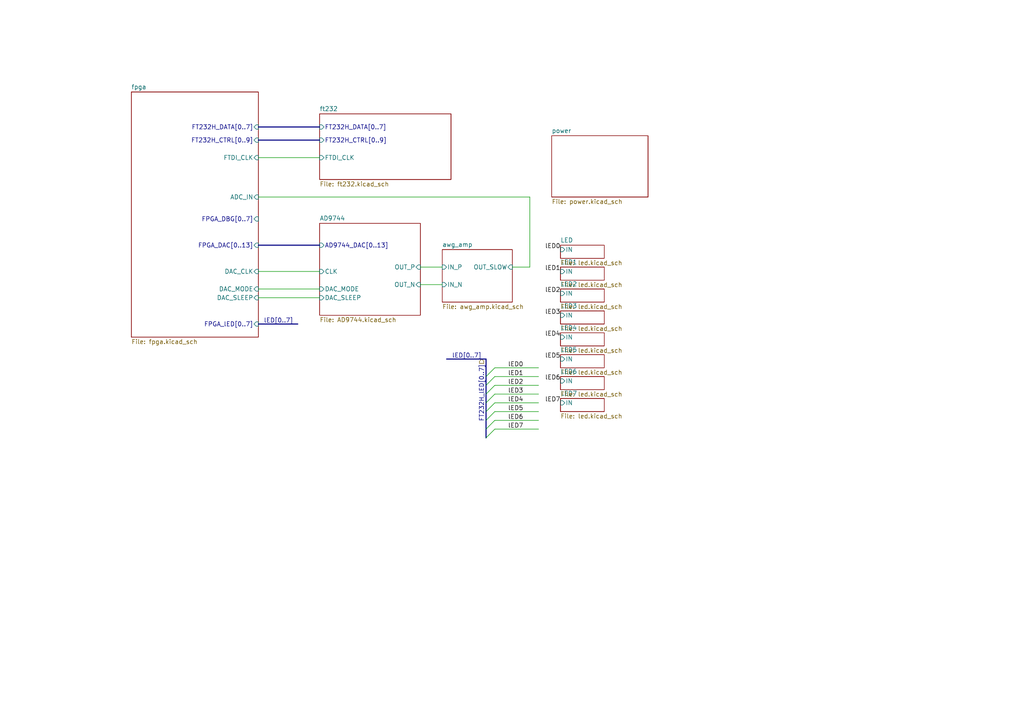
<source format=kicad_sch>
(kicad_sch
	(version 20250114)
	(generator "eeschema")
	(generator_version "9.0")
	(uuid "b8ed5be0-0b4f-4146-9d70-2c7811ad54ed")
	(paper "A4")
	(lib_symbols)
	(bus_entry
		(at 143.51 106.68)
		(size -2.54 2.54)
		(stroke
			(width 0)
			(type default)
		)
		(uuid "017b8b3b-7e3f-4074-b106-751f4763e640")
	)
	(bus_entry
		(at 143.51 109.22)
		(size -2.54 2.54)
		(stroke
			(width 0)
			(type default)
		)
		(uuid "0c8275ad-9712-4f1a-b9bf-26f85e1e8b57")
	)
	(bus_entry
		(at 143.51 119.38)
		(size -2.54 2.54)
		(stroke
			(width 0)
			(type default)
		)
		(uuid "1dc1fb36-516a-4d4c-a47e-2e1542a9d4de")
	)
	(bus_entry
		(at 143.51 111.76)
		(size -2.54 2.54)
		(stroke
			(width 0)
			(type default)
		)
		(uuid "32119930-d962-4c1e-ad12-6bcdc4872901")
	)
	(bus_entry
		(at 143.51 114.3)
		(size -2.54 2.54)
		(stroke
			(width 0)
			(type default)
		)
		(uuid "5e88b8e3-2448-4781-b45e-a517d81675c8")
	)
	(bus_entry
		(at 143.51 124.46)
		(size -2.54 2.54)
		(stroke
			(width 0)
			(type default)
		)
		(uuid "b4ef5bb0-0d18-4e2c-bdbc-c536406ebf6f")
	)
	(bus_entry
		(at 143.51 116.84)
		(size -2.54 2.54)
		(stroke
			(width 0)
			(type default)
		)
		(uuid "b960e8a2-c802-4106-812c-5fab51f96d27")
	)
	(bus_entry
		(at 143.51 121.92)
		(size -2.54 2.54)
		(stroke
			(width 0)
			(type default)
		)
		(uuid "eb583cf1-f0fe-4156-bfaa-cb120f68fd68")
	)
	(wire
		(pts
			(xy 156.21 114.3) (xy 143.51 114.3)
		)
		(stroke
			(width 0)
			(type default)
		)
		(uuid "0068f4e2-dec1-4f60-8977-074730684de8")
	)
	(wire
		(pts
			(xy 121.92 82.55) (xy 128.27 82.55)
		)
		(stroke
			(width 0)
			(type default)
		)
		(uuid "06575d8c-b801-4c82-aa42-bae648937f15")
	)
	(wire
		(pts
			(xy 148.59 77.47) (xy 153.67 77.47)
		)
		(stroke
			(width 0)
			(type default)
		)
		(uuid "06fb8cbe-30f3-477e-bd4e-16ecca29ecfe")
	)
	(bus
		(pts
			(xy 140.97 111.76) (xy 140.97 114.3)
		)
		(stroke
			(width 0)
			(type default)
		)
		(uuid "09928da4-a96e-4104-9e3f-8e89bc24fb2e")
	)
	(wire
		(pts
			(xy 156.21 121.92) (xy 143.51 121.92)
		)
		(stroke
			(width 0)
			(type default)
		)
		(uuid "0dcc20af-325d-45a6-bc10-ce0c0a152419")
	)
	(bus
		(pts
			(xy 74.93 40.64) (xy 92.71 40.64)
		)
		(stroke
			(width 0)
			(type default)
		)
		(uuid "121a8843-8b3a-4103-9093-6a068ba4791b")
	)
	(wire
		(pts
			(xy 74.93 57.15) (xy 153.67 57.15)
		)
		(stroke
			(width 0)
			(type default)
		)
		(uuid "14933c4f-e97b-405e-bc8d-076bb807b0c7")
	)
	(bus
		(pts
			(xy 74.93 71.12) (xy 92.71 71.12)
		)
		(stroke
			(width 0)
			(type default)
		)
		(uuid "170106b2-7f16-45ea-9996-d0a8df3c1f74")
	)
	(bus
		(pts
			(xy 140.97 109.22) (xy 140.97 111.76)
		)
		(stroke
			(width 0)
			(type default)
		)
		(uuid "17d9dc16-d5b5-48a9-ab31-cf29e783480c")
	)
	(bus
		(pts
			(xy 140.97 119.38) (xy 140.97 121.92)
		)
		(stroke
			(width 0)
			(type default)
		)
		(uuid "1a067f8a-c245-42d2-bda7-e799dbc156d6")
	)
	(wire
		(pts
			(xy 156.21 116.84) (xy 143.51 116.84)
		)
		(stroke
			(width 0)
			(type default)
		)
		(uuid "21470a5b-4491-4dca-821e-f06f64784c13")
	)
	(wire
		(pts
			(xy 153.67 77.47) (xy 153.67 57.15)
		)
		(stroke
			(width 0)
			(type default)
		)
		(uuid "236ef553-3484-4a7a-8803-ef427388a1da")
	)
	(wire
		(pts
			(xy 156.21 109.22) (xy 143.51 109.22)
		)
		(stroke
			(width 0)
			(type default)
		)
		(uuid "39bce330-fa20-4511-9a1e-cd16ad6e7b16")
	)
	(wire
		(pts
			(xy 121.92 77.47) (xy 128.27 77.47)
		)
		(stroke
			(width 0)
			(type default)
		)
		(uuid "52de69e5-2c42-4100-95c0-8ce6b1011105")
	)
	(bus
		(pts
			(xy 140.97 114.3) (xy 140.97 116.84)
		)
		(stroke
			(width 0)
			(type default)
		)
		(uuid "5467650e-99aa-43cf-bcea-30c8721c67c6")
	)
	(wire
		(pts
			(xy 74.93 45.72) (xy 92.71 45.72)
		)
		(stroke
			(width 0)
			(type default)
		)
		(uuid "596d1b1a-198a-4133-9ac0-f70658ebcb58")
	)
	(bus
		(pts
			(xy 74.93 93.98) (xy 86.36 93.98)
		)
		(stroke
			(width 0)
			(type default)
		)
		(uuid "66311ee3-e484-4bab-8adb-e74593d84646")
	)
	(bus
		(pts
			(xy 74.93 36.83) (xy 92.71 36.83)
		)
		(stroke
			(width 0)
			(type default)
		)
		(uuid "8139d579-2a3a-4e8f-9624-34f898a4f14c")
	)
	(wire
		(pts
			(xy 156.21 124.46) (xy 143.51 124.46)
		)
		(stroke
			(width 0)
			(type default)
		)
		(uuid "825639ce-69b2-486a-bab5-e7aaf91e6e1f")
	)
	(wire
		(pts
			(xy 74.93 86.36) (xy 92.71 86.36)
		)
		(stroke
			(width 0)
			(type default)
		)
		(uuid "875176f4-b6ce-4cb9-87b1-4de082fbb07f")
	)
	(bus
		(pts
			(xy 140.97 124.46) (xy 140.97 127)
		)
		(stroke
			(width 0)
			(type default)
		)
		(uuid "886dc1a0-183e-4aa0-af5a-6bf7302c2feb")
	)
	(wire
		(pts
			(xy 74.93 83.82) (xy 92.71 83.82)
		)
		(stroke
			(width 0)
			(type default)
		)
		(uuid "8d24e3a2-832c-46f1-be38-ad728d39e79c")
	)
	(bus
		(pts
			(xy 129.54 104.14) (xy 140.97 104.14)
		)
		(stroke
			(width 0)
			(type default)
		)
		(uuid "9d52a2ee-83ca-49a2-8469-6dcd2973edb3")
	)
	(bus
		(pts
			(xy 140.97 116.84) (xy 140.97 119.38)
		)
		(stroke
			(width 0)
			(type default)
		)
		(uuid "bc8bf482-44d5-40aa-aba3-a75e3767c3ce")
	)
	(bus
		(pts
			(xy 140.97 104.14) (xy 140.97 109.22)
		)
		(stroke
			(width 0)
			(type default)
		)
		(uuid "d0be2182-b178-4cb3-a7e3-3a2b3cfae9e3")
	)
	(wire
		(pts
			(xy 74.93 78.74) (xy 92.71 78.74)
		)
		(stroke
			(width 0)
			(type default)
		)
		(uuid "db29e13e-9993-4137-9708-ce63c14038f3")
	)
	(wire
		(pts
			(xy 156.21 106.68) (xy 143.51 106.68)
		)
		(stroke
			(width 0)
			(type default)
		)
		(uuid "dc84d4dd-d2ac-476c-88df-17ff0d3ebd4e")
	)
	(bus
		(pts
			(xy 140.97 121.92) (xy 140.97 124.46)
		)
		(stroke
			(width 0)
			(type default)
		)
		(uuid "e6a2f7d7-8ec8-4c82-9c89-b32bdefc4c51")
	)
	(wire
		(pts
			(xy 156.21 111.76) (xy 143.51 111.76)
		)
		(stroke
			(width 0)
			(type default)
		)
		(uuid "e7056b97-2493-4a39-a523-d65617340ad9")
	)
	(wire
		(pts
			(xy 156.21 119.38) (xy 143.51 119.38)
		)
		(stroke
			(width 0)
			(type default)
		)
		(uuid "fe6e28ae-588c-4433-a050-ffeb8c406b79")
	)
	(label "lED6"
		(at 162.56 110.49 180)
		(effects
			(font
				(size 1.27 1.27)
			)
			(justify right bottom)
		)
		(uuid "13105b01-c8cb-4b22-bf89-8f0b249fb51a")
	)
	(label "lED1"
		(at 147.32 109.22 0)
		(effects
			(font
				(size 1.27 1.27)
			)
			(justify left bottom)
		)
		(uuid "137d3693-ef7c-4b8d-9b86-5488789b59fa")
	)
	(label "lED2"
		(at 147.32 111.76 0)
		(effects
			(font
				(size 1.27 1.27)
			)
			(justify left bottom)
		)
		(uuid "1b551415-b491-4d96-97e6-38ae9a693bed")
	)
	(label "lED3"
		(at 162.56 91.44 180)
		(effects
			(font
				(size 1.27 1.27)
			)
			(justify right bottom)
		)
		(uuid "54ddd6ba-ccc6-4e43-849d-561747ddde76")
	)
	(label "lED5"
		(at 162.56 104.14 180)
		(effects
			(font
				(size 1.27 1.27)
			)
			(justify right bottom)
		)
		(uuid "686b4c31-507e-4c2e-84f2-0f3e27ecb398")
	)
	(label "lED6"
		(at 147.32 121.92 0)
		(effects
			(font
				(size 1.27 1.27)
			)
			(justify left bottom)
		)
		(uuid "6e14568a-cc77-4326-9859-1b2df0ba445f")
	)
	(label "lED3"
		(at 147.32 114.3 0)
		(effects
			(font
				(size 1.27 1.27)
			)
			(justify left bottom)
		)
		(uuid "7e287bca-2afe-4fc4-8362-4b1f6053e4a0")
	)
	(label "lED5"
		(at 147.32 119.38 0)
		(effects
			(font
				(size 1.27 1.27)
			)
			(justify left bottom)
		)
		(uuid "9e24d94a-605f-4095-a046-00f9eabd8301")
	)
	(label "lED4"
		(at 147.32 116.84 0)
		(effects
			(font
				(size 1.27 1.27)
			)
			(justify left bottom)
		)
		(uuid "a3a0abd4-0aa8-46af-849c-7414dd811dd3")
	)
	(label "lED1"
		(at 162.56 78.74 180)
		(effects
			(font
				(size 1.27 1.27)
			)
			(justify right bottom)
		)
		(uuid "b3a22d71-5f78-4137-9d32-e54612959218")
	)
	(label "lED[0..7]"
		(at 139.7 104.14 180)
		(effects
			(font
				(size 1.27 1.27)
			)
			(justify right bottom)
		)
		(uuid "b5cd1529-42e0-465c-94e1-615bf92b6ff9")
	)
	(label "lED[0..7]"
		(at 85.09 93.98 180)
		(effects
			(font
				(size 1.27 1.27)
			)
			(justify right bottom)
		)
		(uuid "ccca19bb-c4f8-4c56-bf34-eff66ed36d92")
	)
	(label "lED4"
		(at 162.56 97.79 180)
		(effects
			(font
				(size 1.27 1.27)
			)
			(justify right bottom)
		)
		(uuid "da539fc6-3a82-424c-a876-a6c82e5de964")
	)
	(label "lED7"
		(at 147.32 124.46 0)
		(effects
			(font
				(size 1.27 1.27)
			)
			(justify left bottom)
		)
		(uuid "dac4990e-fd48-47f4-bd6c-3c7b59f30813")
	)
	(label "lED7"
		(at 162.56 116.84 180)
		(effects
			(font
				(size 1.27 1.27)
			)
			(justify right bottom)
		)
		(uuid "e99d2e61-c3e1-4a68-bf3e-07db9c107b21")
	)
	(label "lED2"
		(at 162.56 85.09 180)
		(effects
			(font
				(size 1.27 1.27)
			)
			(justify right bottom)
		)
		(uuid "ea901f11-95de-4235-ac25-21bf8197d630")
	)
	(label "lED0"
		(at 147.32 106.68 0)
		(effects
			(font
				(size 1.27 1.27)
			)
			(justify left bottom)
		)
		(uuid "ec8515ca-1af7-483e-b60a-0aa87dcd9b3a")
	)
	(label "lED0"
		(at 162.56 72.39 180)
		(effects
			(font
				(size 1.27 1.27)
			)
			(justify right bottom)
		)
		(uuid "f1fb7839-6fcd-48ea-8330-db2e81e03fca")
	)
	(hierarchical_label "FT232H_lED[0..7]"
		(shape input)
		(at 139.7 104.14 270)
		(effects
			(font
				(size 1.27 1.27)
			)
			(justify right)
		)
		(uuid "2609c3e1-0307-4cb3-8da2-187987f6580a")
	)
	(sheet
		(at 92.71 64.77)
		(size 29.21 26.67)
		(exclude_from_sim no)
		(in_bom yes)
		(on_board yes)
		(dnp no)
		(fields_autoplaced yes)
		(stroke
			(width 0.1524)
			(type solid)
		)
		(fill
			(color 0 0 0 0.0000)
		)
		(uuid "3ec20483-f59a-47bb-a963-ef60289e09a4")
		(property "Sheetname" "AD9744"
			(at 92.71 64.0584 0)
			(effects
				(font
					(size 1.27 1.27)
				)
				(justify left bottom)
			)
		)
		(property "Sheetfile" "AD9744.kicad_sch"
			(at 92.71 92.0246 0)
			(effects
				(font
					(size 1.27 1.27)
				)
				(justify left top)
			)
		)
		(pin "CLK" input
			(at 92.71 78.74 180)
			(uuid "bda02e97-6849-4a01-8259-66bf5088215e")
			(effects
				(font
					(size 1.27 1.27)
				)
				(justify left)
			)
		)
		(pin "AD9744_DAC[0..13]" input
			(at 92.71 71.12 180)
			(uuid "5625cbd9-fe6f-4385-8b3b-5a4c1dd7df28")
			(effects
				(font
					(size 1.27 1.27)
				)
				(justify left)
			)
		)
		(pin "DAC_MODE" input
			(at 92.71 83.82 180)
			(uuid "95a04dc0-9742-44d4-bdc8-a26409c37a10")
			(effects
				(font
					(size 1.27 1.27)
				)
				(justify left)
			)
		)
		(pin "DAC_SLEEP" input
			(at 92.71 86.36 180)
			(uuid "da7cbd08-be88-4490-a3c0-c8c4bfbfc1f2")
			(effects
				(font
					(size 1.27 1.27)
				)
				(justify left)
			)
		)
		(pin "OUT_N" input
			(at 121.92 82.55 0)
			(uuid "5a708241-ce3c-4d82-aad1-c4a66ce90c27")
			(effects
				(font
					(size 1.27 1.27)
				)
				(justify right)
			)
		)
		(pin "OUT_P" input
			(at 121.92 77.47 0)
			(uuid "6b0d6ca5-6cf1-4f87-b82d-87735c962c10")
			(effects
				(font
					(size 1.27 1.27)
				)
				(justify right)
			)
		)
		(instances
			(project "awg1"
				(path "/b8ed5be0-0b4f-4146-9d70-2c7811ad54ed"
					(page "5")
				)
			)
		)
	)
	(sheet
		(at 92.71 33.02)
		(size 38.1 19.05)
		(exclude_from_sim no)
		(in_bom yes)
		(on_board yes)
		(dnp no)
		(fields_autoplaced yes)
		(stroke
			(width 0.1524)
			(type solid)
		)
		(fill
			(color 0 0 0 0.0000)
		)
		(uuid "41d5ecec-c526-428a-aaea-d48d91f80b36")
		(property "Sheetname" "ft232"
			(at 92.71 32.3084 0)
			(effects
				(font
					(size 1.27 1.27)
				)
				(justify left bottom)
			)
		)
		(property "Sheetfile" "ft232.kicad_sch"
			(at 92.71 52.6546 0)
			(effects
				(font
					(size 1.27 1.27)
				)
				(justify left top)
			)
		)
		(pin "FT232H_DATA[0..7]" input
			(at 92.71 36.83 180)
			(uuid "979fc09c-0f2c-4a0b-bc56-c26779b8a0cc")
			(effects
				(font
					(size 1.27 1.27)
				)
				(justify left)
			)
		)
		(pin "FT232H_CTRL[0..9]" input
			(at 92.71 40.64 180)
			(uuid "ef25fec5-18fe-4849-b71e-bbbda389d3b8")
			(effects
				(font
					(size 1.27 1.27)
				)
				(justify left)
			)
		)
		(pin "FTDI_CLK" input
			(at 92.71 45.72 180)
			(uuid "a08896f8-a54a-4451-ad22-debd9f522950")
			(effects
				(font
					(size 1.27 1.27)
				)
				(justify left)
			)
		)
		(instances
			(project "awg1"
				(path "/b8ed5be0-0b4f-4146-9d70-2c7811ad54ed"
					(page "4")
				)
			)
		)
	)
	(sheet
		(at 162.56 77.47)
		(size 12.7 3.81)
		(exclude_from_sim no)
		(in_bom yes)
		(on_board yes)
		(dnp no)
		(fields_autoplaced yes)
		(stroke
			(width 0.1524)
			(type solid)
		)
		(fill
			(color 0 0 0 0.0000)
		)
		(uuid "47a5079b-5087-486d-8f93-83be743b577f")
		(property "Sheetname" "LED1"
			(at 162.56 76.7584 0)
			(effects
				(font
					(size 1.27 1.27)
				)
				(justify left bottom)
			)
		)
		(property "Sheetfile" "led.kicad_sch"
			(at 162.56 81.8646 0)
			(effects
				(font
					(size 1.27 1.27)
				)
				(justify left top)
			)
		)
		(pin "IN" input
			(at 162.56 78.74 180)
			(uuid "96280810-b6fe-47e8-840b-6a71a2b6d334")
			(effects
				(font
					(size 1.27 1.27)
				)
				(justify left)
			)
		)
		(instances
			(project "awg1"
				(path "/b8ed5be0-0b4f-4146-9d70-2c7811ad54ed"
					(page "7")
				)
			)
		)
	)
	(sheet
		(at 162.56 71.12)
		(size 12.7 3.81)
		(exclude_from_sim no)
		(in_bom yes)
		(on_board yes)
		(dnp no)
		(fields_autoplaced yes)
		(stroke
			(width 0.1524)
			(type solid)
		)
		(fill
			(color 0 0 0 0.0000)
		)
		(uuid "8946c1b1-25cb-475f-bb2a-c2771c7c5707")
		(property "Sheetname" "LED"
			(at 162.56 70.4084 0)
			(effects
				(font
					(size 1.27 1.27)
				)
				(justify left bottom)
			)
		)
		(property "Sheetfile" "led.kicad_sch"
			(at 162.56 75.5146 0)
			(effects
				(font
					(size 1.27 1.27)
				)
				(justify left top)
			)
		)
		(pin "IN" input
			(at 162.56 72.39 180)
			(uuid "cf245e5d-5a3f-48f8-9eda-f3960b66c941")
			(effects
				(font
					(size 1.27 1.27)
				)
				(justify left)
			)
		)
		(instances
			(project "awg1"
				(path "/b8ed5be0-0b4f-4146-9d70-2c7811ad54ed"
					(page "6")
				)
			)
		)
	)
	(sheet
		(at 162.56 115.57)
		(size 12.7 3.81)
		(exclude_from_sim no)
		(in_bom yes)
		(on_board yes)
		(dnp no)
		(fields_autoplaced yes)
		(stroke
			(width 0.1524)
			(type solid)
		)
		(fill
			(color 0 0 0 0.0000)
		)
		(uuid "8caff0bd-0786-4617-90a9-749c926bb273")
		(property "Sheetname" "LED7"
			(at 162.56 114.8584 0)
			(effects
				(font
					(size 1.27 1.27)
				)
				(justify left bottom)
			)
		)
		(property "Sheetfile" "led.kicad_sch"
			(at 162.56 119.9646 0)
			(effects
				(font
					(size 1.27 1.27)
				)
				(justify left top)
			)
		)
		(pin "IN" input
			(at 162.56 116.84 180)
			(uuid "b3a5482e-36be-40ea-9866-6bcf18555410")
			(effects
				(font
					(size 1.27 1.27)
				)
				(justify left)
			)
		)
		(instances
			(project "awg1"
				(path "/b8ed5be0-0b4f-4146-9d70-2c7811ad54ed"
					(page "13")
				)
			)
		)
	)
	(sheet
		(at 38.1 26.67)
		(size 36.83 71.12)
		(exclude_from_sim no)
		(in_bom yes)
		(on_board yes)
		(dnp no)
		(fields_autoplaced yes)
		(stroke
			(width 0.1524)
			(type solid)
		)
		(fill
			(color 0 0 0 0.0000)
		)
		(uuid "9af0d899-bc75-4f5c-8b7e-5decfa203577")
		(property "Sheetname" "fpga"
			(at 38.1 25.9584 0)
			(effects
				(font
					(size 1.27 1.27)
				)
				(justify left bottom)
			)
		)
		(property "Sheetfile" "fpga.kicad_sch"
			(at 38.1 98.3746 0)
			(effects
				(font
					(size 1.27 1.27)
				)
				(justify left top)
			)
		)
		(pin "FT232H_DATA[0..7]" input
			(at 74.93 36.83 0)
			(uuid "b9813dfc-8888-45d8-ba12-c2dbbf85302e")
			(effects
				(font
					(size 1.27 1.27)
				)
				(justify right)
			)
		)
		(pin "FPGA_DBG[0..7]" input
			(at 74.93 63.5 0)
			(uuid "7d74c97b-9d46-44fb-8a43-772595e21677")
			(effects
				(font
					(size 1.27 1.27)
				)
				(justify right)
			)
		)
		(pin "FT232H_CTRL[0..9]" input
			(at 74.93 40.64 0)
			(uuid "d2963e4d-fa2a-4547-aea9-d98a51135efd")
			(effects
				(font
					(size 1.27 1.27)
				)
				(justify right)
			)
		)
		(pin "FPGA_lED[0..7]" input
			(at 74.93 93.98 0)
			(uuid "735ab879-8274-4a3c-a397-fbd8825167c2")
			(effects
				(font
					(size 1.27 1.27)
				)
				(justify right)
			)
		)
		(pin "DAC_CLK" input
			(at 74.93 78.74 0)
			(uuid "922bdab8-66c7-459a-ad8d-7b86178a3b82")
			(effects
				(font
					(size 1.27 1.27)
				)
				(justify right)
			)
		)
		(pin "FPGA_DAC[0..13]" input
			(at 74.93 71.12 0)
			(uuid "8b70bd3f-1f31-4026-b433-96c743dd3750")
			(effects
				(font
					(size 1.27 1.27)
				)
				(justify right)
			)
		)
		(pin "DAC_SLEEP" input
			(at 74.93 86.36 0)
			(uuid "dc47b777-59c7-4d4d-995d-8f3b627d0c9d")
			(effects
				(font
					(size 1.27 1.27)
				)
				(justify right)
			)
		)
		(pin "DAC_MODE" input
			(at 74.93 83.82 0)
			(uuid "a43566dd-194b-47be-9551-60d394162a81")
			(effects
				(font
					(size 1.27 1.27)
				)
				(justify right)
			)
		)
		(pin "FTDI_CLK" input
			(at 74.93 45.72 0)
			(uuid "8b9fb098-006d-4cc1-a234-7a7adb5bee51")
			(effects
				(font
					(size 1.27 1.27)
				)
				(justify right)
			)
		)
		(pin "ADC_IN" input
			(at 74.93 57.15 0)
			(uuid "3f0ab3ae-9e4a-467b-876e-08df2868a0fe")
			(effects
				(font
					(size 1.27 1.27)
				)
				(justify right)
			)
		)
		(instances
			(project "awg1"
				(path "/b8ed5be0-0b4f-4146-9d70-2c7811ad54ed"
					(page "2")
				)
			)
		)
	)
	(sheet
		(at 162.56 90.17)
		(size 12.7 3.81)
		(exclude_from_sim no)
		(in_bom yes)
		(on_board yes)
		(dnp no)
		(fields_autoplaced yes)
		(stroke
			(width 0.1524)
			(type solid)
		)
		(fill
			(color 0 0 0 0.0000)
		)
		(uuid "b26fe612-cb38-481a-910e-343eae3a401f")
		(property "Sheetname" "LED3"
			(at 162.56 89.4584 0)
			(effects
				(font
					(size 1.27 1.27)
				)
				(justify left bottom)
			)
		)
		(property "Sheetfile" "led.kicad_sch"
			(at 162.56 94.5646 0)
			(effects
				(font
					(size 1.27 1.27)
				)
				(justify left top)
			)
		)
		(pin "IN" input
			(at 162.56 91.44 180)
			(uuid "b6532b65-17e6-453e-81f0-551d22865447")
			(effects
				(font
					(size 1.27 1.27)
				)
				(justify left)
			)
		)
		(instances
			(project "awg1"
				(path "/b8ed5be0-0b4f-4146-9d70-2c7811ad54ed"
					(page "9")
				)
			)
		)
	)
	(sheet
		(at 162.56 102.87)
		(size 12.7 3.81)
		(exclude_from_sim no)
		(in_bom yes)
		(on_board yes)
		(dnp no)
		(fields_autoplaced yes)
		(stroke
			(width 0.1524)
			(type solid)
		)
		(fill
			(color 0 0 0 0.0000)
		)
		(uuid "b6a8c69f-d859-4d15-bd14-e91fe3c190c4")
		(property "Sheetname" "LED5"
			(at 162.56 102.1584 0)
			(effects
				(font
					(size 1.27 1.27)
				)
				(justify left bottom)
			)
		)
		(property "Sheetfile" "led.kicad_sch"
			(at 162.56 107.2646 0)
			(effects
				(font
					(size 1.27 1.27)
				)
				(justify left top)
			)
		)
		(pin "IN" input
			(at 162.56 104.14 180)
			(uuid "b870b519-a9ae-4243-9110-8e0c395f48db")
			(effects
				(font
					(size 1.27 1.27)
				)
				(justify left)
			)
		)
		(instances
			(project "awg1"
				(path "/b8ed5be0-0b4f-4146-9d70-2c7811ad54ed"
					(page "11")
				)
			)
		)
	)
	(sheet
		(at 162.56 83.82)
		(size 12.7 3.81)
		(exclude_from_sim no)
		(in_bom yes)
		(on_board yes)
		(dnp no)
		(fields_autoplaced yes)
		(stroke
			(width 0.1524)
			(type solid)
		)
		(fill
			(color 0 0 0 0.0000)
		)
		(uuid "bfec94d0-e891-40f6-849f-bef6f167de6a")
		(property "Sheetname" "LED2"
			(at 162.56 83.1084 0)
			(effects
				(font
					(size 1.27 1.27)
				)
				(justify left bottom)
			)
		)
		(property "Sheetfile" "led.kicad_sch"
			(at 162.56 88.2146 0)
			(effects
				(font
					(size 1.27 1.27)
				)
				(justify left top)
			)
		)
		(pin "IN" input
			(at 162.56 85.09 180)
			(uuid "b941dfb8-b27d-4e5f-a353-a53795878f1b")
			(effects
				(font
					(size 1.27 1.27)
				)
				(justify left)
			)
		)
		(instances
			(project "awg1"
				(path "/b8ed5be0-0b4f-4146-9d70-2c7811ad54ed"
					(page "8")
				)
			)
		)
	)
	(sheet
		(at 128.27 72.39)
		(size 20.32 15.24)
		(exclude_from_sim no)
		(in_bom yes)
		(on_board yes)
		(dnp no)
		(fields_autoplaced yes)
		(stroke
			(width 0.1524)
			(type solid)
		)
		(fill
			(color 0 0 0 0.0000)
		)
		(uuid "d3d1f77d-4d35-411f-9ddd-3bcb1aec1dba")
		(property "Sheetname" "awg_amp"
			(at 128.27 71.6784 0)
			(effects
				(font
					(size 1.27 1.27)
				)
				(justify left bottom)
			)
		)
		(property "Sheetfile" "awg_amp.kicad_sch"
			(at 128.27 88.2146 0)
			(effects
				(font
					(size 1.27 1.27)
				)
				(justify left top)
			)
		)
		(pin "IN_N" input
			(at 128.27 82.55 180)
			(uuid "e29c9f5a-7a59-491b-a630-74710bd9bf2f")
			(effects
				(font
					(size 1.27 1.27)
				)
				(justify left)
			)
		)
		(pin "IN_P" input
			(at 128.27 77.47 180)
			(uuid "7cf6a126-56f3-4190-9a39-8e5eb21924b2")
			(effects
				(font
					(size 1.27 1.27)
				)
				(justify left)
			)
		)
		(pin "OUT_SLOW" input
			(at 148.59 77.47 0)
			(uuid "db5923f1-1ad5-4500-ae3e-5cc297058064")
			(effects
				(font
					(size 1.27 1.27)
				)
				(justify right)
			)
		)
		(instances
			(project "awg1"
				(path "/b8ed5be0-0b4f-4146-9d70-2c7811ad54ed"
					(page "20")
				)
			)
		)
	)
	(sheet
		(at 162.56 96.52)
		(size 12.7 3.81)
		(exclude_from_sim no)
		(in_bom yes)
		(on_board yes)
		(dnp no)
		(fields_autoplaced yes)
		(stroke
			(width 0.1524)
			(type solid)
		)
		(fill
			(color 0 0 0 0.0000)
		)
		(uuid "df838050-e4fe-4b6d-ad60-d0d1c1467cd1")
		(property "Sheetname" "LED4"
			(at 162.56 95.8084 0)
			(effects
				(font
					(size 1.27 1.27)
				)
				(justify left bottom)
			)
		)
		(property "Sheetfile" "led.kicad_sch"
			(at 162.56 100.9146 0)
			(effects
				(font
					(size 1.27 1.27)
				)
				(justify left top)
			)
		)
		(pin "IN" input
			(at 162.56 97.79 180)
			(uuid "76c4cfe0-b8d6-4167-92c5-471e89232f01")
			(effects
				(font
					(size 1.27 1.27)
				)
				(justify left)
			)
		)
		(instances
			(project "awg1"
				(path "/b8ed5be0-0b4f-4146-9d70-2c7811ad54ed"
					(page "10")
				)
			)
		)
	)
	(sheet
		(at 162.56 109.22)
		(size 12.7 3.81)
		(exclude_from_sim no)
		(in_bom yes)
		(on_board yes)
		(dnp no)
		(fields_autoplaced yes)
		(stroke
			(width 0.1524)
			(type solid)
		)
		(fill
			(color 0 0 0 0.0000)
		)
		(uuid "dfea2af7-ca99-4157-b2f6-d2da79203d0e")
		(property "Sheetname" "LED6"
			(at 162.56 108.5084 0)
			(effects
				(font
					(size 1.27 1.27)
				)
				(justify left bottom)
			)
		)
		(property "Sheetfile" "led.kicad_sch"
			(at 162.56 113.6146 0)
			(effects
				(font
					(size 1.27 1.27)
				)
				(justify left top)
			)
		)
		(pin "IN" input
			(at 162.56 110.49 180)
			(uuid "340cdd5b-b23f-4482-a15c-66744639721c")
			(effects
				(font
					(size 1.27 1.27)
				)
				(justify left)
			)
		)
		(instances
			(project "awg1"
				(path "/b8ed5be0-0b4f-4146-9d70-2c7811ad54ed"
					(page "12")
				)
			)
		)
	)
	(sheet
		(at 160.02 39.37)
		(size 27.94 17.78)
		(exclude_from_sim no)
		(in_bom yes)
		(on_board yes)
		(dnp no)
		(fields_autoplaced yes)
		(stroke
			(width 0.1524)
			(type solid)
		)
		(fill
			(color 0 0 0 0.0000)
		)
		(uuid "ee4eaf5e-3c99-4add-9e61-c224ab29dd7a")
		(property "Sheetname" "power"
			(at 160.02 38.6584 0)
			(effects
				(font
					(size 1.27 1.27)
				)
				(justify left bottom)
			)
		)
		(property "Sheetfile" "power.kicad_sch"
			(at 160.02 57.7346 0)
			(effects
				(font
					(size 1.27 1.27)
				)
				(justify left top)
			)
		)
		(instances
			(project "awg1"
				(path "/b8ed5be0-0b4f-4146-9d70-2c7811ad54ed"
					(page "3")
				)
			)
		)
	)
	(sheet_instances
		(path "/"
			(page "1")
		)
	)
	(embedded_fonts no)
)

</source>
